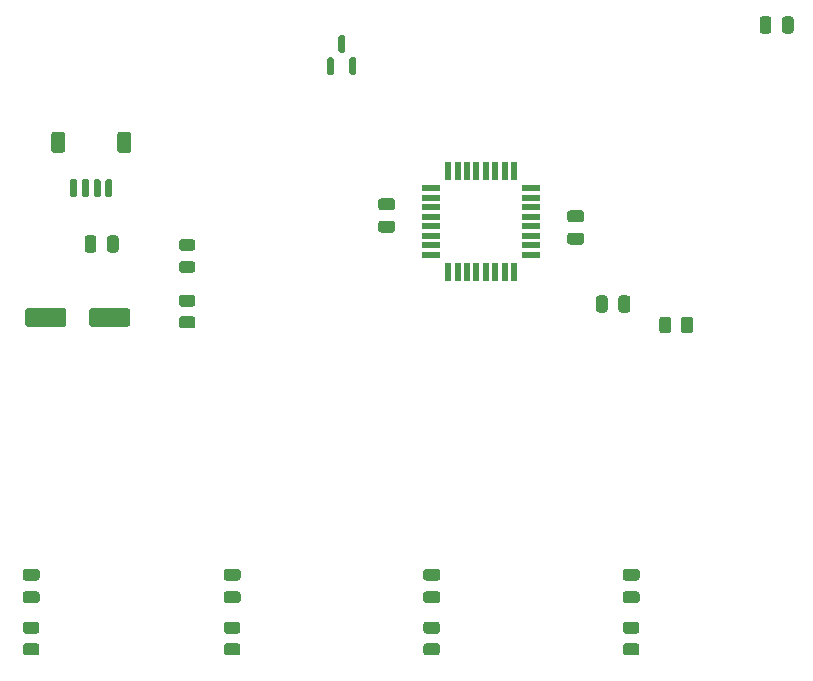
<source format=gtp>
G04 #@! TF.GenerationSoftware,KiCad,Pcbnew,6.0.11-2627ca5db0~126~ubuntu22.04.1*
G04 #@! TF.CreationDate,2025-05-14T16:21:12-06:00*
G04 #@! TF.ProjectId,i2c-headunit,6932632d-6865-4616-9475-6e69742e6b69,rev?*
G04 #@! TF.SameCoordinates,Original*
G04 #@! TF.FileFunction,Paste,Top*
G04 #@! TF.FilePolarity,Positive*
%FSLAX46Y46*%
G04 Gerber Fmt 4.6, Leading zero omitted, Abs format (unit mm)*
G04 Created by KiCad (PCBNEW 6.0.11-2627ca5db0~126~ubuntu22.04.1) date 2025-05-14 16:21:12*
%MOMM*%
%LPD*%
G01*
G04 APERTURE LIST*
%ADD10R,1.600000X0.550000*%
%ADD11R,0.550000X1.600000*%
G04 APERTURE END LIST*
G36*
G01*
X105824000Y-73988000D02*
X106774000Y-73988000D01*
G75*
G02*
X107024000Y-74238000I0J-250000D01*
G01*
X107024000Y-74738000D01*
G75*
G02*
X106774000Y-74988000I-250000J0D01*
G01*
X105824000Y-74988000D01*
G75*
G02*
X105574000Y-74738000I0J250000D01*
G01*
X105574000Y-74238000D01*
G75*
G02*
X105824000Y-73988000I250000J0D01*
G01*
G37*
G36*
G01*
X105824000Y-75888000D02*
X106774000Y-75888000D01*
G75*
G02*
X107024000Y-76138000I0J-250000D01*
G01*
X107024000Y-76638000D01*
G75*
G02*
X106774000Y-76888000I-250000J0D01*
G01*
X105824000Y-76888000D01*
G75*
G02*
X105574000Y-76638000I0J250000D01*
G01*
X105574000Y-76138000D01*
G75*
G02*
X105824000Y-75888000I250000J0D01*
G01*
G37*
G36*
G01*
X137869000Y-59784000D02*
X137869000Y-58834000D01*
G75*
G02*
X138119000Y-58584000I250000J0D01*
G01*
X138619000Y-58584000D01*
G75*
G02*
X138869000Y-58834000I0J-250000D01*
G01*
X138869000Y-59784000D01*
G75*
G02*
X138619000Y-60034000I-250000J0D01*
G01*
X138119000Y-60034000D01*
G75*
G02*
X137869000Y-59784000I0J250000D01*
G01*
G37*
G36*
G01*
X139769000Y-59784000D02*
X139769000Y-58834000D01*
G75*
G02*
X140019000Y-58584000I250000J0D01*
G01*
X140519000Y-58584000D01*
G75*
G02*
X140769000Y-58834000I0J-250000D01*
G01*
X140769000Y-59784000D01*
G75*
G02*
X140519000Y-60034000I-250000J0D01*
G01*
X140019000Y-60034000D01*
G75*
G02*
X139769000Y-59784000I0J250000D01*
G01*
G37*
G36*
G01*
X75687000Y-84624000D02*
X75687000Y-83524000D01*
G75*
G02*
X75937000Y-83274000I250000J0D01*
G01*
X78937000Y-83274000D01*
G75*
G02*
X79187000Y-83524000I0J-250000D01*
G01*
X79187000Y-84624000D01*
G75*
G02*
X78937000Y-84874000I-250000J0D01*
G01*
X75937000Y-84874000D01*
G75*
G02*
X75687000Y-84624000I0J250000D01*
G01*
G37*
G36*
G01*
X81087000Y-84624000D02*
X81087000Y-83524000D01*
G75*
G02*
X81337000Y-83274000I250000J0D01*
G01*
X84337000Y-83274000D01*
G75*
G02*
X84587000Y-83524000I0J-250000D01*
G01*
X84587000Y-84624000D01*
G75*
G02*
X84337000Y-84874000I-250000J0D01*
G01*
X81337000Y-84874000D01*
G75*
G02*
X81087000Y-84624000I0J250000D01*
G01*
G37*
G36*
G01*
X93668000Y-112677000D02*
X92768000Y-112677000D01*
G75*
G02*
X92518000Y-112427000I0J250000D01*
G01*
X92518000Y-111902000D01*
G75*
G02*
X92768000Y-111652000I250000J0D01*
G01*
X93668000Y-111652000D01*
G75*
G02*
X93918000Y-111902000I0J-250000D01*
G01*
X93918000Y-112427000D01*
G75*
G02*
X93668000Y-112677000I-250000J0D01*
G01*
G37*
G36*
G01*
X93668000Y-110852000D02*
X92768000Y-110852000D01*
G75*
G02*
X92518000Y-110602000I0J250000D01*
G01*
X92518000Y-110077000D01*
G75*
G02*
X92768000Y-109827000I250000J0D01*
G01*
X93668000Y-109827000D01*
G75*
G02*
X93918000Y-110077000I0J-250000D01*
G01*
X93918000Y-110602000D01*
G75*
G02*
X93668000Y-110852000I-250000J0D01*
G01*
G37*
G36*
G01*
X126926000Y-82456000D02*
X126926000Y-83406000D01*
G75*
G02*
X126676000Y-83656000I-250000J0D01*
G01*
X126176000Y-83656000D01*
G75*
G02*
X125926000Y-83406000I0J250000D01*
G01*
X125926000Y-82456000D01*
G75*
G02*
X126176000Y-82206000I250000J0D01*
G01*
X126676000Y-82206000D01*
G75*
G02*
X126926000Y-82456000I0J-250000D01*
G01*
G37*
G36*
G01*
X125026000Y-82456000D02*
X125026000Y-83406000D01*
G75*
G02*
X124776000Y-83656000I-250000J0D01*
G01*
X124276000Y-83656000D01*
G75*
G02*
X124026000Y-83406000I0J250000D01*
G01*
X124026000Y-82456000D01*
G75*
G02*
X124276000Y-82206000I250000J0D01*
G01*
X124776000Y-82206000D01*
G75*
G02*
X125026000Y-82456000I0J-250000D01*
G01*
G37*
G36*
G01*
X110584000Y-108257000D02*
X109634000Y-108257000D01*
G75*
G02*
X109384000Y-108007000I0J250000D01*
G01*
X109384000Y-107507000D01*
G75*
G02*
X109634000Y-107257000I250000J0D01*
G01*
X110584000Y-107257000D01*
G75*
G02*
X110834000Y-107507000I0J-250000D01*
G01*
X110834000Y-108007000D01*
G75*
G02*
X110584000Y-108257000I-250000J0D01*
G01*
G37*
G36*
G01*
X110584000Y-106357000D02*
X109634000Y-106357000D01*
G75*
G02*
X109384000Y-106107000I0J250000D01*
G01*
X109384000Y-105607000D01*
G75*
G02*
X109634000Y-105357000I250000J0D01*
G01*
X110584000Y-105357000D01*
G75*
G02*
X110834000Y-105607000I0J-250000D01*
G01*
X110834000Y-106107000D01*
G75*
G02*
X110584000Y-106357000I-250000J0D01*
G01*
G37*
G36*
G01*
X127475000Y-108257000D02*
X126525000Y-108257000D01*
G75*
G02*
X126275000Y-108007000I0J250000D01*
G01*
X126275000Y-107507000D01*
G75*
G02*
X126525000Y-107257000I250000J0D01*
G01*
X127475000Y-107257000D01*
G75*
G02*
X127725000Y-107507000I0J-250000D01*
G01*
X127725000Y-108007000D01*
G75*
G02*
X127475000Y-108257000I-250000J0D01*
G01*
G37*
G36*
G01*
X127475000Y-106357000D02*
X126525000Y-106357000D01*
G75*
G02*
X126275000Y-106107000I0J250000D01*
G01*
X126275000Y-105607000D01*
G75*
G02*
X126525000Y-105357000I250000J0D01*
G01*
X127475000Y-105357000D01*
G75*
G02*
X127725000Y-105607000I0J-250000D01*
G01*
X127725000Y-106107000D01*
G75*
G02*
X127475000Y-106357000I-250000J0D01*
G01*
G37*
D10*
X110050000Y-73146000D03*
X110050000Y-73946000D03*
X110050000Y-74746000D03*
X110050000Y-75546000D03*
X110050000Y-76346000D03*
X110050000Y-77146000D03*
X110050000Y-77946000D03*
X110050000Y-78746000D03*
D11*
X111500000Y-80196000D03*
X112300000Y-80196000D03*
X113100000Y-80196000D03*
X113900000Y-80196000D03*
X114700000Y-80196000D03*
X115500000Y-80196000D03*
X116300000Y-80196000D03*
X117100000Y-80196000D03*
D10*
X118550000Y-78746000D03*
X118550000Y-77946000D03*
X118550000Y-77146000D03*
X118550000Y-76346000D03*
X118550000Y-75546000D03*
X118550000Y-74746000D03*
X118550000Y-73946000D03*
X118550000Y-73146000D03*
D11*
X117100000Y-71696000D03*
X116300000Y-71696000D03*
X115500000Y-71696000D03*
X114700000Y-71696000D03*
X113900000Y-71696000D03*
X113100000Y-71696000D03*
X112300000Y-71696000D03*
X111500000Y-71696000D03*
G36*
G01*
X76675000Y-108257000D02*
X75725000Y-108257000D01*
G75*
G02*
X75475000Y-108007000I0J250000D01*
G01*
X75475000Y-107507000D01*
G75*
G02*
X75725000Y-107257000I250000J0D01*
G01*
X76675000Y-107257000D01*
G75*
G02*
X76925000Y-107507000I0J-250000D01*
G01*
X76925000Y-108007000D01*
G75*
G02*
X76675000Y-108257000I-250000J0D01*
G01*
G37*
G36*
G01*
X76675000Y-106357000D02*
X75725000Y-106357000D01*
G75*
G02*
X75475000Y-106107000I0J250000D01*
G01*
X75475000Y-105607000D01*
G75*
G02*
X75725000Y-105357000I250000J0D01*
G01*
X76675000Y-105357000D01*
G75*
G02*
X76925000Y-105607000I0J-250000D01*
G01*
X76925000Y-106107000D01*
G75*
G02*
X76675000Y-106357000I-250000J0D01*
G01*
G37*
G36*
G01*
X80719000Y-78326000D02*
X80719000Y-77376000D01*
G75*
G02*
X80969000Y-77126000I250000J0D01*
G01*
X81469000Y-77126000D01*
G75*
G02*
X81719000Y-77376000I0J-250000D01*
G01*
X81719000Y-78326000D01*
G75*
G02*
X81469000Y-78576000I-250000J0D01*
G01*
X80969000Y-78576000D01*
G75*
G02*
X80719000Y-78326000I0J250000D01*
G01*
G37*
G36*
G01*
X82619000Y-78326000D02*
X82619000Y-77376000D01*
G75*
G02*
X82869000Y-77126000I250000J0D01*
G01*
X83369000Y-77126000D01*
G75*
G02*
X83619000Y-77376000I0J-250000D01*
G01*
X83619000Y-78326000D01*
G75*
G02*
X83369000Y-78576000I-250000J0D01*
G01*
X82869000Y-78576000D01*
G75*
G02*
X82619000Y-78326000I0J250000D01*
G01*
G37*
G36*
G01*
X83080000Y-72495000D02*
X83080000Y-73745000D01*
G75*
G02*
X82930000Y-73895000I-150000J0D01*
G01*
X82630000Y-73895000D01*
G75*
G02*
X82480000Y-73745000I0J150000D01*
G01*
X82480000Y-72495000D01*
G75*
G02*
X82630000Y-72345000I150000J0D01*
G01*
X82930000Y-72345000D01*
G75*
G02*
X83080000Y-72495000I0J-150000D01*
G01*
G37*
G36*
G01*
X82080000Y-72495000D02*
X82080000Y-73745000D01*
G75*
G02*
X81930000Y-73895000I-150000J0D01*
G01*
X81630000Y-73895000D01*
G75*
G02*
X81480000Y-73745000I0J150000D01*
G01*
X81480000Y-72495000D01*
G75*
G02*
X81630000Y-72345000I150000J0D01*
G01*
X81930000Y-72345000D01*
G75*
G02*
X82080000Y-72495000I0J-150000D01*
G01*
G37*
G36*
G01*
X81080000Y-72495000D02*
X81080000Y-73745000D01*
G75*
G02*
X80930000Y-73895000I-150000J0D01*
G01*
X80630000Y-73895000D01*
G75*
G02*
X80480000Y-73745000I0J150000D01*
G01*
X80480000Y-72495000D01*
G75*
G02*
X80630000Y-72345000I150000J0D01*
G01*
X80930000Y-72345000D01*
G75*
G02*
X81080000Y-72495000I0J-150000D01*
G01*
G37*
G36*
G01*
X80080000Y-72495000D02*
X80080000Y-73745000D01*
G75*
G02*
X79930000Y-73895000I-150000J0D01*
G01*
X79630000Y-73895000D01*
G75*
G02*
X79480000Y-73745000I0J150000D01*
G01*
X79480000Y-72495000D01*
G75*
G02*
X79630000Y-72345000I150000J0D01*
G01*
X79930000Y-72345000D01*
G75*
G02*
X80080000Y-72495000I0J-150000D01*
G01*
G37*
G36*
G01*
X79080000Y-68595000D02*
X79080000Y-69895000D01*
G75*
G02*
X78830000Y-70145000I-250000J0D01*
G01*
X78130000Y-70145000D01*
G75*
G02*
X77880000Y-69895000I0J250000D01*
G01*
X77880000Y-68595000D01*
G75*
G02*
X78130000Y-68345000I250000J0D01*
G01*
X78830000Y-68345000D01*
G75*
G02*
X79080000Y-68595000I0J-250000D01*
G01*
G37*
G36*
G01*
X84680000Y-68595000D02*
X84680000Y-69895000D01*
G75*
G02*
X84430000Y-70145000I-250000J0D01*
G01*
X83730000Y-70145000D01*
G75*
G02*
X83480000Y-69895000I0J250000D01*
G01*
X83480000Y-68595000D01*
G75*
G02*
X83730000Y-68345000I250000J0D01*
G01*
X84430000Y-68345000D01*
G75*
G02*
X84680000Y-68595000I0J-250000D01*
G01*
G37*
G36*
G01*
X76650000Y-112677000D02*
X75750000Y-112677000D01*
G75*
G02*
X75500000Y-112427000I0J250000D01*
G01*
X75500000Y-111902000D01*
G75*
G02*
X75750000Y-111652000I250000J0D01*
G01*
X76650000Y-111652000D01*
G75*
G02*
X76900000Y-111902000I0J-250000D01*
G01*
X76900000Y-112427000D01*
G75*
G02*
X76650000Y-112677000I-250000J0D01*
G01*
G37*
G36*
G01*
X76650000Y-110852000D02*
X75750000Y-110852000D01*
G75*
G02*
X75500000Y-110602000I0J250000D01*
G01*
X75500000Y-110077000D01*
G75*
G02*
X75750000Y-109827000I250000J0D01*
G01*
X76650000Y-109827000D01*
G75*
G02*
X76900000Y-110077000I0J-250000D01*
G01*
X76900000Y-110602000D01*
G75*
G02*
X76650000Y-110852000I-250000J0D01*
G01*
G37*
G36*
G01*
X122776000Y-77904000D02*
X121826000Y-77904000D01*
G75*
G02*
X121576000Y-77654000I0J250000D01*
G01*
X121576000Y-77154000D01*
G75*
G02*
X121826000Y-76904000I250000J0D01*
G01*
X122776000Y-76904000D01*
G75*
G02*
X123026000Y-77154000I0J-250000D01*
G01*
X123026000Y-77654000D01*
G75*
G02*
X122776000Y-77904000I-250000J0D01*
G01*
G37*
G36*
G01*
X122776000Y-76004000D02*
X121826000Y-76004000D01*
G75*
G02*
X121576000Y-75754000I0J250000D01*
G01*
X121576000Y-75254000D01*
G75*
G02*
X121826000Y-75004000I250000J0D01*
G01*
X122776000Y-75004000D01*
G75*
G02*
X123026000Y-75254000I0J-250000D01*
G01*
X123026000Y-75754000D01*
G75*
G02*
X122776000Y-76004000I-250000J0D01*
G01*
G37*
G36*
G01*
X93693000Y-108257000D02*
X92743000Y-108257000D01*
G75*
G02*
X92493000Y-108007000I0J250000D01*
G01*
X92493000Y-107507000D01*
G75*
G02*
X92743000Y-107257000I250000J0D01*
G01*
X93693000Y-107257000D01*
G75*
G02*
X93943000Y-107507000I0J-250000D01*
G01*
X93943000Y-108007000D01*
G75*
G02*
X93693000Y-108257000I-250000J0D01*
G01*
G37*
G36*
G01*
X93693000Y-106357000D02*
X92743000Y-106357000D01*
G75*
G02*
X92493000Y-106107000I0J250000D01*
G01*
X92493000Y-105607000D01*
G75*
G02*
X92743000Y-105357000I250000J0D01*
G01*
X93693000Y-105357000D01*
G75*
G02*
X93943000Y-105607000I0J-250000D01*
G01*
X93943000Y-106107000D01*
G75*
G02*
X93693000Y-106357000I-250000J0D01*
G01*
G37*
G36*
G01*
X110559000Y-112677000D02*
X109659000Y-112677000D01*
G75*
G02*
X109409000Y-112427000I0J250000D01*
G01*
X109409000Y-111902000D01*
G75*
G02*
X109659000Y-111652000I250000J0D01*
G01*
X110559000Y-111652000D01*
G75*
G02*
X110809000Y-111902000I0J-250000D01*
G01*
X110809000Y-112427000D01*
G75*
G02*
X110559000Y-112677000I-250000J0D01*
G01*
G37*
G36*
G01*
X110559000Y-110852000D02*
X109659000Y-110852000D01*
G75*
G02*
X109409000Y-110602000I0J250000D01*
G01*
X109409000Y-110077000D01*
G75*
G02*
X109659000Y-109827000I250000J0D01*
G01*
X110559000Y-109827000D01*
G75*
G02*
X110809000Y-110077000I0J-250000D01*
G01*
X110809000Y-110602000D01*
G75*
G02*
X110559000Y-110852000I-250000J0D01*
G01*
G37*
G36*
G01*
X88958000Y-82141000D02*
X89858000Y-82141000D01*
G75*
G02*
X90108000Y-82391000I0J-250000D01*
G01*
X90108000Y-82916000D01*
G75*
G02*
X89858000Y-83166000I-250000J0D01*
G01*
X88958000Y-83166000D01*
G75*
G02*
X88708000Y-82916000I0J250000D01*
G01*
X88708000Y-82391000D01*
G75*
G02*
X88958000Y-82141000I250000J0D01*
G01*
G37*
G36*
G01*
X88958000Y-83966000D02*
X89858000Y-83966000D01*
G75*
G02*
X90108000Y-84216000I0J-250000D01*
G01*
X90108000Y-84741000D01*
G75*
G02*
X89858000Y-84991000I-250000J0D01*
G01*
X88958000Y-84991000D01*
G75*
G02*
X88708000Y-84741000I0J250000D01*
G01*
X88708000Y-84216000D01*
G75*
G02*
X88958000Y-83966000I250000J0D01*
G01*
G37*
G36*
G01*
X129385000Y-85159000D02*
X129385000Y-84259000D01*
G75*
G02*
X129635000Y-84009000I250000J0D01*
G01*
X130160000Y-84009000D01*
G75*
G02*
X130410000Y-84259000I0J-250000D01*
G01*
X130410000Y-85159000D01*
G75*
G02*
X130160000Y-85409000I-250000J0D01*
G01*
X129635000Y-85409000D01*
G75*
G02*
X129385000Y-85159000I0J250000D01*
G01*
G37*
G36*
G01*
X131210000Y-85159000D02*
X131210000Y-84259000D01*
G75*
G02*
X131460000Y-84009000I250000J0D01*
G01*
X131985000Y-84009000D01*
G75*
G02*
X132235000Y-84259000I0J-250000D01*
G01*
X132235000Y-85159000D01*
G75*
G02*
X131985000Y-85409000I-250000J0D01*
G01*
X131460000Y-85409000D01*
G75*
G02*
X131210000Y-85159000I0J250000D01*
G01*
G37*
G36*
G01*
X127450000Y-112677000D02*
X126550000Y-112677000D01*
G75*
G02*
X126300000Y-112427000I0J250000D01*
G01*
X126300000Y-111902000D01*
G75*
G02*
X126550000Y-111652000I250000J0D01*
G01*
X127450000Y-111652000D01*
G75*
G02*
X127700000Y-111902000I0J-250000D01*
G01*
X127700000Y-112427000D01*
G75*
G02*
X127450000Y-112677000I-250000J0D01*
G01*
G37*
G36*
G01*
X127450000Y-110852000D02*
X126550000Y-110852000D01*
G75*
G02*
X126300000Y-110602000I0J250000D01*
G01*
X126300000Y-110077000D01*
G75*
G02*
X126550000Y-109827000I250000J0D01*
G01*
X127450000Y-109827000D01*
G75*
G02*
X127700000Y-110077000I0J-250000D01*
G01*
X127700000Y-110602000D01*
G75*
G02*
X127450000Y-110852000I-250000J0D01*
G01*
G37*
G36*
G01*
X88951750Y-77442000D02*
X89864250Y-77442000D01*
G75*
G02*
X90108000Y-77685750I0J-243750D01*
G01*
X90108000Y-78173250D01*
G75*
G02*
X89864250Y-78417000I-243750J0D01*
G01*
X88951750Y-78417000D01*
G75*
G02*
X88708000Y-78173250I0J243750D01*
G01*
X88708000Y-77685750D01*
G75*
G02*
X88951750Y-77442000I243750J0D01*
G01*
G37*
G36*
G01*
X88951750Y-79317000D02*
X89864250Y-79317000D01*
G75*
G02*
X90108000Y-79560750I0J-243750D01*
G01*
X90108000Y-80048250D01*
G75*
G02*
X89864250Y-80292000I-243750J0D01*
G01*
X88951750Y-80292000D01*
G75*
G02*
X88708000Y-80048250I0J243750D01*
G01*
X88708000Y-79560750D01*
G75*
G02*
X88951750Y-79317000I243750J0D01*
G01*
G37*
G36*
G01*
X101689000Y-63524000D02*
X101389000Y-63524000D01*
G75*
G02*
X101239000Y-63374000I0J150000D01*
G01*
X101239000Y-62199000D01*
G75*
G02*
X101389000Y-62049000I150000J0D01*
G01*
X101689000Y-62049000D01*
G75*
G02*
X101839000Y-62199000I0J-150000D01*
G01*
X101839000Y-63374000D01*
G75*
G02*
X101689000Y-63524000I-150000J0D01*
G01*
G37*
G36*
G01*
X103589000Y-63524000D02*
X103289000Y-63524000D01*
G75*
G02*
X103139000Y-63374000I0J150000D01*
G01*
X103139000Y-62199000D01*
G75*
G02*
X103289000Y-62049000I150000J0D01*
G01*
X103589000Y-62049000D01*
G75*
G02*
X103739000Y-62199000I0J-150000D01*
G01*
X103739000Y-63374000D01*
G75*
G02*
X103589000Y-63524000I-150000J0D01*
G01*
G37*
G36*
G01*
X102639000Y-61649000D02*
X102339000Y-61649000D01*
G75*
G02*
X102189000Y-61499000I0J150000D01*
G01*
X102189000Y-60324000D01*
G75*
G02*
X102339000Y-60174000I150000J0D01*
G01*
X102639000Y-60174000D01*
G75*
G02*
X102789000Y-60324000I0J-150000D01*
G01*
X102789000Y-61499000D01*
G75*
G02*
X102639000Y-61649000I-150000J0D01*
G01*
G37*
M02*

</source>
